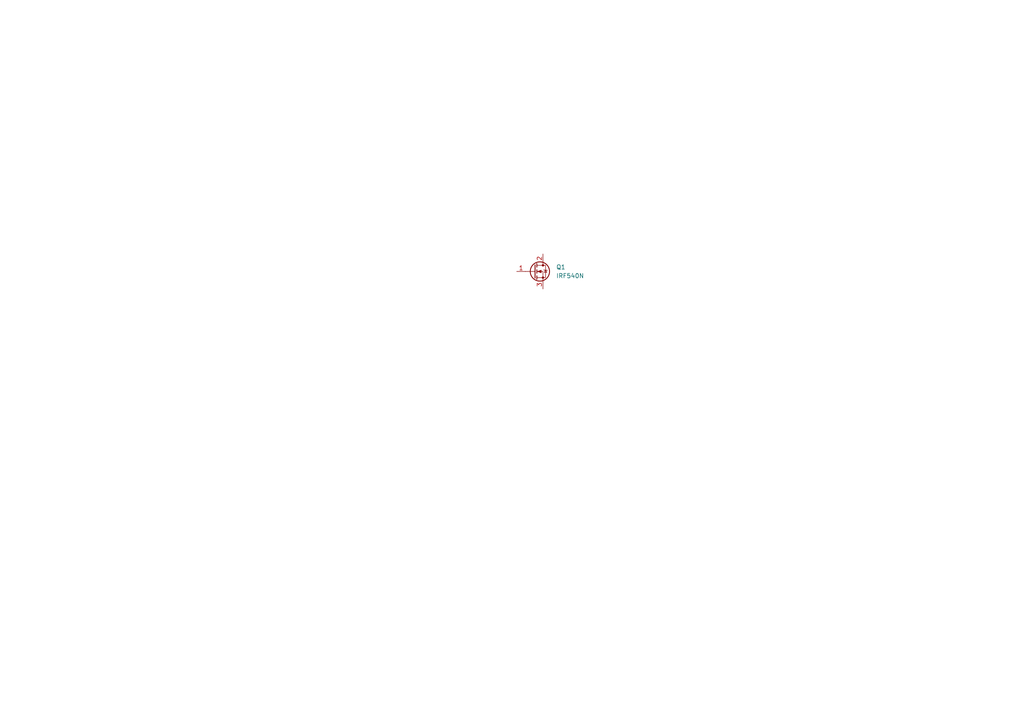
<source format=kicad_sch>
(kicad_sch (version 20231120) (generator "eeschema") (generator_version "8.0")
  (paper "A4")
  (lib_symbols
    (symbol "Transistor_FET:IRF540N" (pin_names hide)
      (property "Reference" "Q" (at 5.08 1.905 0))
      (property "Value" "IRF540N" (at 5.08 0 0))
      (symbol "IRF540N_0_1"
        (polyline (pts (xy 0.254 0) (xy -2.54 0)))
        (polyline (pts (xy 0.254 1.905) (xy 0.254 -1.905)) (stroke (width 0.254)))
        (polyline (pts (xy 0.762 -1.27) (xy 0.762 -2.286)) (stroke (width 0.254)))
        (polyline (pts (xy 0.762 0.508) (xy 0.762 -0.508)) (stroke (width 0.254)))
        (polyline (pts (xy 0.762 2.286) (xy 0.762 1.27)) (stroke (width 0.254)))
        (polyline (pts (xy 2.54 2.54) (xy 2.54 1.778)))
        (polyline (pts (xy 2.54 -2.54) (xy 2.54 0) (xy 0.762 0)))
        (polyline (pts (xy 0.762 -1.778) (xy 3.302 -1.778) (xy 3.302 1.778) (xy 0.762 1.778)))
        (polyline (pts (xy 1.016 0) (xy 2.032 0.381) (xy 2.032 -0.381) (xy 1.016 0)) (fill (type outline)))
        (polyline (pts (xy 2.794 0.508) (xy 2.921 0.381) (xy 3.683 0.381) (xy 3.81 0.254)))
        (polyline (pts (xy 3.302 0.381) (xy 2.921 -0.254) (xy 3.683 -0.254) (xy 3.302 0.381)))
        (circle (center 1.651 0) (radius 2.794) (stroke (width 0.254)))
        (circle (center 2.54 -1.778) (radius 0.254) (fill (type outline)))
        (circle (center 2.54 1.778) (radius 0.254) (fill (type outline)))
      )
      (symbol "IRF540N_1_1"
        (pin input line (at -5.08 0 0) (length 2.54) (name "G") (number "1"))
        (pin passive line (at 2.54 5.08 270) (length 2.54) (name "D") (number "2"))
        (pin passive line (at 2.54 -5.08 90) (length 2.54) (name "S") (number "3"))
      )
    )
  )
  (symbol (lib_id "Transistor_FET:IRF540N") (at 154.94 78.74 0) (unit 1)
    (property "Reference" "Q1" (at 161.29 77.4699 0) (effects (justify left)))
    (property "Value" "IRF540N" (at 161.29 80.0099 0) (effects (justify left)))
    (property "Footprint" "Package_TO_SOT_THT:TO-220-3_Vertical" (effects (hide yes)))
    (property "Datasheet" "http://www.irf.com/product-info/datasheets/data/irf540n.pdf" (effects (hide yes)))
    (property "Description" "33A Id, 100V Vds, HEXFET N-Channel MOSFET, TO-220" (effects (hide yes)))
  )
)
</source>
